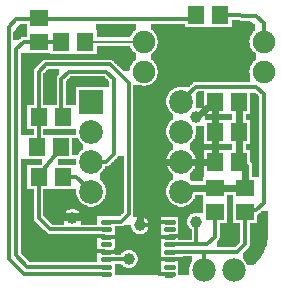
<source format=gtl>
G04 MADE WITH FRITZING*
G04 WWW.FRITZING.ORG*
G04 DOUBLE SIDED*
G04 HOLES PLATED*
G04 CONTOUR ON CENTER OF CONTOUR VECTOR*
%ASAXBY*%
%FSLAX23Y23*%
%MOIN*%
%OFA0B0*%
%SFA1.0B1.0*%
%ADD10C,0.075000*%
%ADD11C,0.039370*%
%ADD12C,0.079370*%
%ADD13C,0.078000*%
%ADD14R,0.079370X0.079370*%
%ADD15R,0.055118X0.059055*%
%ADD16R,0.059055X0.055118*%
%ADD17C,0.016000*%
%ADD18C,0.024000*%
%ADD19C,0.012000*%
%ADD20C,0.008000*%
%LNCOPPER1*%
G90*
G70*
G54D10*
X702Y893D03*
G54D11*
X580Y301D03*
X767Y664D03*
G54D10*
X592Y814D03*
X992Y814D03*
G54D12*
X417Y714D03*
X717Y714D03*
X417Y614D03*
X717Y614D03*
X417Y514D03*
X717Y514D03*
X417Y414D03*
X717Y414D03*
G54D10*
X992Y914D03*
X592Y914D03*
G54D11*
X767Y314D03*
G54D13*
X892Y151D03*
X792Y151D03*
G54D11*
X542Y189D03*
X355Y326D03*
G54D14*
X417Y714D03*
G54D15*
X830Y714D03*
X910Y714D03*
X830Y614D03*
X910Y614D03*
X830Y514D03*
X910Y514D03*
G54D16*
X830Y426D03*
X830Y345D03*
X930Y426D03*
X930Y345D03*
G54D15*
X317Y914D03*
X398Y914D03*
X767Y1001D03*
X848Y1001D03*
G54D16*
X242Y914D03*
X242Y994D03*
G54D15*
X242Y664D03*
X323Y664D03*
X317Y564D03*
X236Y564D03*
X242Y464D03*
X323Y464D03*
G54D17*
X690Y138D02*
X668Y138D01*
D02*
X690Y163D02*
X668Y163D01*
D02*
X690Y188D02*
X668Y188D01*
D02*
X690Y213D02*
X668Y213D01*
D02*
X690Y238D02*
X668Y238D01*
D02*
X690Y263D02*
X668Y263D01*
D02*
X690Y288D02*
X668Y288D01*
D02*
X690Y313D02*
X668Y313D01*
D02*
X478Y314D02*
X456Y314D01*
D02*
X478Y289D02*
X456Y289D01*
D02*
X478Y264D02*
X456Y264D01*
D02*
X478Y239D02*
X456Y239D01*
D02*
X478Y214D02*
X456Y214D01*
D02*
X478Y189D02*
X456Y189D01*
D02*
X478Y164D02*
X456Y164D01*
D02*
X478Y139D02*
X456Y139D01*
G54D18*
D02*
X808Y696D02*
X782Y675D01*
G54D19*
D02*
X618Y302D02*
X593Y301D01*
D02*
X992Y977D02*
X992Y937D01*
D02*
X870Y1001D02*
X967Y1000D01*
G54D18*
D02*
X930Y448D02*
X930Y500D01*
D02*
X930Y500D02*
X910Y514D01*
D02*
X808Y514D02*
X748Y514D01*
D02*
X910Y590D02*
X910Y538D01*
D02*
X910Y638D02*
X910Y690D01*
D02*
X830Y638D02*
X830Y690D01*
D02*
X830Y538D02*
X830Y590D01*
G54D19*
D02*
X792Y213D02*
X905Y213D01*
D02*
X768Y239D02*
X693Y238D01*
D02*
X805Y239D02*
X768Y239D01*
D02*
X905Y213D02*
X930Y239D01*
D02*
X830Y323D02*
X830Y264D01*
D02*
X830Y264D02*
X805Y239D01*
D02*
X693Y213D02*
X792Y213D01*
D02*
X930Y239D02*
X930Y323D01*
G54D18*
D02*
X754Y426D02*
X746Y423D01*
D02*
X806Y426D02*
X754Y426D01*
D02*
X906Y426D02*
X854Y426D01*
G54D19*
D02*
X992Y377D02*
X967Y351D01*
D02*
X992Y739D02*
X992Y377D01*
D02*
X767Y764D02*
X967Y764D01*
D02*
X967Y351D02*
X954Y349D01*
D02*
X735Y731D02*
X767Y764D01*
D02*
X967Y764D02*
X992Y739D01*
D02*
X618Y189D02*
X666Y188D01*
D02*
X618Y163D02*
X618Y189D01*
D02*
X642Y139D02*
X618Y163D01*
D02*
X666Y313D02*
X618Y314D01*
D02*
X492Y213D02*
X517Y239D01*
D02*
X517Y239D02*
X518Y263D01*
D02*
X481Y213D02*
X492Y213D01*
D02*
X518Y263D02*
X618Y263D01*
D02*
X481Y263D02*
X518Y263D01*
D02*
X666Y263D02*
X617Y264D01*
D02*
X618Y302D02*
X617Y264D01*
D02*
X617Y264D02*
X618Y189D01*
D02*
X666Y138D02*
X642Y139D01*
D02*
X242Y640D02*
X242Y589D01*
D02*
X242Y589D02*
X242Y588D01*
D02*
X529Y189D02*
X481Y189D01*
D02*
X792Y213D02*
X792Y176D01*
D02*
X767Y300D02*
X768Y239D01*
D02*
X192Y913D02*
X218Y913D01*
D02*
X518Y313D02*
X542Y339D01*
D02*
X280Y288D02*
X242Y325D01*
D02*
X468Y813D02*
X342Y813D01*
D02*
X479Y838D02*
X267Y839D01*
D02*
X267Y839D02*
X242Y814D01*
D02*
X205Y163D02*
X167Y202D01*
D02*
X318Y689D02*
X318Y688D01*
D02*
X318Y789D02*
X318Y689D01*
D02*
X368Y463D02*
X345Y463D01*
D02*
X260Y488D02*
X299Y540D01*
D02*
X492Y539D02*
X492Y789D01*
D02*
X242Y814D02*
X242Y688D01*
D02*
X542Y776D02*
X479Y838D01*
D02*
X542Y339D02*
X542Y776D01*
D02*
X481Y313D02*
X518Y313D01*
D02*
X168Y889D02*
X192Y913D01*
D02*
X454Y164D02*
X205Y163D01*
D02*
X167Y202D02*
X168Y889D01*
D02*
X454Y289D02*
X280Y288D01*
D02*
X242Y325D02*
X242Y440D01*
D02*
X967Y1000D02*
X992Y977D01*
D02*
X342Y813D02*
X318Y789D01*
D02*
X468Y513D02*
X492Y539D01*
D02*
X442Y513D02*
X468Y513D01*
D02*
X492Y789D02*
X468Y813D01*
D02*
X266Y914D02*
X295Y914D01*
D02*
X218Y989D02*
X218Y989D01*
D02*
X168Y989D02*
X218Y989D01*
D02*
X192Y138D02*
X142Y188D01*
D02*
X142Y188D02*
X142Y963D01*
D02*
X454Y139D02*
X192Y138D01*
D02*
X142Y963D02*
X168Y989D01*
G54D20*
D02*
X420Y914D02*
X569Y914D01*
G54D19*
D02*
X399Y431D02*
X368Y463D01*
D02*
X743Y989D02*
X267Y988D01*
D02*
X745Y990D02*
X743Y989D01*
D02*
X267Y988D02*
X266Y988D01*
D02*
X618Y314D02*
X618Y302D01*
G54D18*
D02*
X579Y514D02*
X580Y320D01*
D02*
X686Y514D02*
X579Y514D01*
G36*
X180Y972D02*
X180Y970D01*
X178Y970D01*
X178Y968D01*
X176Y968D01*
X176Y966D01*
X174Y966D01*
X174Y964D01*
X172Y964D01*
X172Y962D01*
X170Y962D01*
X170Y960D01*
X168Y960D01*
X168Y958D01*
X166Y958D01*
X166Y954D01*
X164Y954D01*
X164Y952D01*
X162Y952D01*
X162Y950D01*
X160Y950D01*
X160Y946D01*
X158Y946D01*
X158Y920D01*
X178Y920D01*
X178Y922D01*
X180Y922D01*
X180Y924D01*
X182Y924D01*
X182Y926D01*
X184Y926D01*
X184Y928D01*
X190Y928D01*
X190Y930D01*
X202Y930D01*
X202Y972D01*
X180Y972D01*
G37*
D02*
G36*
X434Y972D02*
X434Y952D01*
X436Y952D01*
X436Y928D01*
X548Y928D01*
X548Y934D01*
X550Y934D01*
X550Y936D01*
X552Y936D01*
X552Y940D01*
X554Y940D01*
X554Y942D01*
X556Y942D01*
X556Y946D01*
X558Y946D01*
X558Y948D01*
X560Y948D01*
X560Y950D01*
X562Y950D01*
X562Y952D01*
X566Y952D01*
X566Y954D01*
X568Y954D01*
X568Y972D01*
X434Y972D01*
G37*
D02*
G36*
X436Y900D02*
X436Y874D01*
X566Y874D01*
X566Y876D01*
X562Y876D01*
X562Y878D01*
X560Y878D01*
X560Y880D01*
X558Y880D01*
X558Y882D01*
X556Y882D01*
X556Y884D01*
X554Y884D01*
X554Y888D01*
X552Y888D01*
X552Y890D01*
X550Y890D01*
X550Y894D01*
X548Y894D01*
X548Y900D01*
X436Y900D01*
G37*
D02*
G36*
X184Y876D02*
X184Y874D01*
X280Y874D01*
X280Y876D01*
X184Y876D01*
G37*
D02*
G36*
X184Y874D02*
X184Y872D01*
X568Y872D01*
X568Y874D01*
X184Y874D01*
G37*
D02*
G36*
X184Y874D02*
X184Y872D01*
X568Y872D01*
X568Y874D01*
X184Y874D01*
G37*
D02*
G36*
X184Y872D02*
X184Y854D01*
X484Y854D01*
X484Y852D01*
X488Y852D01*
X488Y850D01*
X490Y850D01*
X490Y848D01*
X492Y848D01*
X492Y846D01*
X494Y846D01*
X494Y844D01*
X496Y844D01*
X496Y842D01*
X498Y842D01*
X498Y840D01*
X500Y840D01*
X500Y838D01*
X502Y838D01*
X502Y836D01*
X504Y836D01*
X504Y834D01*
X506Y834D01*
X506Y832D01*
X510Y832D01*
X510Y830D01*
X512Y830D01*
X512Y828D01*
X514Y828D01*
X514Y826D01*
X516Y826D01*
X516Y824D01*
X518Y824D01*
X518Y822D01*
X520Y822D01*
X520Y820D01*
X522Y820D01*
X522Y818D01*
X524Y818D01*
X524Y816D01*
X544Y816D01*
X544Y818D01*
X546Y818D01*
X546Y828D01*
X548Y828D01*
X548Y834D01*
X550Y834D01*
X550Y836D01*
X552Y836D01*
X552Y840D01*
X554Y840D01*
X554Y842D01*
X556Y842D01*
X556Y846D01*
X558Y846D01*
X558Y848D01*
X560Y848D01*
X560Y850D01*
X562Y850D01*
X562Y852D01*
X566Y852D01*
X566Y854D01*
X568Y854D01*
X568Y872D01*
X184Y872D01*
G37*
D02*
G36*
X184Y854D02*
X184Y604D01*
X226Y604D01*
X226Y624D01*
X204Y624D01*
X204Y702D01*
X206Y702D01*
X206Y704D01*
X226Y704D01*
X226Y820D01*
X228Y820D01*
X228Y824D01*
X230Y824D01*
X230Y826D01*
X232Y826D01*
X232Y828D01*
X234Y828D01*
X234Y830D01*
X236Y830D01*
X236Y832D01*
X238Y832D01*
X238Y834D01*
X240Y834D01*
X240Y836D01*
X242Y836D01*
X242Y838D01*
X244Y838D01*
X244Y840D01*
X246Y840D01*
X246Y842D01*
X248Y842D01*
X248Y844D01*
X250Y844D01*
X250Y846D01*
X252Y846D01*
X252Y848D01*
X254Y848D01*
X254Y850D01*
X256Y850D01*
X256Y852D01*
X260Y852D01*
X260Y854D01*
X184Y854D01*
G37*
D02*
G36*
X272Y822D02*
X272Y820D01*
X270Y820D01*
X270Y818D01*
X268Y818D01*
X268Y816D01*
X266Y816D01*
X266Y814D01*
X264Y814D01*
X264Y812D01*
X262Y812D01*
X262Y810D01*
X260Y810D01*
X260Y808D01*
X258Y808D01*
X258Y704D01*
X302Y704D01*
X302Y796D01*
X304Y796D01*
X304Y798D01*
X306Y798D01*
X306Y800D01*
X308Y800D01*
X308Y802D01*
X310Y802D01*
X310Y822D01*
X272Y822D01*
G37*
D02*
G36*
X348Y798D02*
X348Y796D01*
X346Y796D01*
X346Y794D01*
X344Y794D01*
X344Y792D01*
X342Y792D01*
X342Y790D01*
X340Y790D01*
X340Y788D01*
X338Y788D01*
X338Y786D01*
X336Y786D01*
X336Y784D01*
X334Y784D01*
X334Y704D01*
X368Y704D01*
X368Y764D01*
X476Y764D01*
X476Y784D01*
X474Y784D01*
X474Y786D01*
X472Y786D01*
X472Y788D01*
X470Y788D01*
X470Y790D01*
X468Y790D01*
X468Y792D01*
X466Y792D01*
X466Y794D01*
X464Y794D01*
X464Y796D01*
X462Y796D01*
X462Y798D01*
X348Y798D01*
G37*
D02*
G36*
X772Y748D02*
X772Y746D01*
X770Y746D01*
X770Y744D01*
X768Y744D01*
X768Y742D01*
X766Y742D01*
X766Y694D01*
X772Y694D01*
X772Y692D01*
X792Y692D01*
X792Y748D01*
X772Y748D01*
G37*
D02*
G36*
X948Y742D02*
X948Y674D01*
X932Y674D01*
X932Y654D01*
X948Y654D01*
X948Y574D01*
X932Y574D01*
X932Y554D01*
X948Y554D01*
X948Y512D01*
X950Y512D01*
X950Y508D01*
X952Y508D01*
X952Y464D01*
X976Y464D01*
X976Y734D01*
X974Y734D01*
X974Y736D01*
X972Y736D01*
X972Y738D01*
X970Y738D01*
X970Y740D01*
X968Y740D01*
X968Y742D01*
X948Y742D01*
G37*
D02*
G36*
X796Y674D02*
X796Y654D01*
X888Y654D01*
X888Y674D01*
X796Y674D01*
G37*
D02*
G36*
X766Y634D02*
X766Y602D01*
X764Y602D01*
X764Y594D01*
X762Y594D01*
X762Y590D01*
X760Y590D01*
X760Y588D01*
X758Y588D01*
X758Y584D01*
X756Y584D01*
X756Y582D01*
X754Y582D01*
X754Y580D01*
X752Y580D01*
X752Y578D01*
X750Y578D01*
X750Y576D01*
X748Y576D01*
X748Y574D01*
X746Y574D01*
X746Y554D01*
X748Y554D01*
X748Y552D01*
X750Y552D01*
X750Y550D01*
X752Y550D01*
X752Y548D01*
X754Y548D01*
X754Y546D01*
X756Y546D01*
X756Y544D01*
X758Y544D01*
X758Y540D01*
X760Y540D01*
X760Y536D01*
X762Y536D01*
X762Y532D01*
X764Y532D01*
X764Y526D01*
X766Y526D01*
X766Y502D01*
X764Y502D01*
X764Y494D01*
X762Y494D01*
X762Y490D01*
X760Y490D01*
X760Y488D01*
X758Y488D01*
X758Y484D01*
X756Y484D01*
X756Y482D01*
X754Y482D01*
X754Y480D01*
X752Y480D01*
X752Y478D01*
X750Y478D01*
X750Y476D01*
X748Y476D01*
X748Y474D01*
X746Y474D01*
X746Y454D01*
X748Y454D01*
X748Y452D01*
X750Y452D01*
X750Y450D01*
X752Y450D01*
X752Y448D01*
X790Y448D01*
X790Y464D01*
X792Y464D01*
X792Y554D01*
X888Y554D01*
X888Y574D01*
X792Y574D01*
X792Y634D01*
X766Y634D01*
G37*
D02*
G36*
X258Y624D02*
X258Y604D01*
X368Y604D01*
X368Y624D01*
X258Y624D01*
G37*
D02*
G36*
X354Y592D02*
X354Y536D01*
X374Y536D01*
X374Y540D01*
X376Y540D01*
X376Y542D01*
X378Y542D01*
X378Y546D01*
X380Y546D01*
X380Y548D01*
X382Y548D01*
X382Y550D01*
X384Y550D01*
X384Y552D01*
X386Y552D01*
X386Y554D01*
X390Y554D01*
X390Y574D01*
X386Y574D01*
X386Y576D01*
X384Y576D01*
X384Y578D01*
X382Y578D01*
X382Y580D01*
X380Y580D01*
X380Y582D01*
X378Y582D01*
X378Y584D01*
X376Y584D01*
X376Y588D01*
X374Y588D01*
X374Y592D01*
X354Y592D01*
G37*
D02*
G36*
X184Y524D02*
X184Y424D01*
X182Y424D01*
X182Y208D01*
X184Y208D01*
X184Y206D01*
X186Y206D01*
X186Y204D01*
X188Y204D01*
X188Y202D01*
X190Y202D01*
X190Y200D01*
X192Y200D01*
X192Y198D01*
X194Y198D01*
X194Y196D01*
X196Y196D01*
X196Y194D01*
X198Y194D01*
X198Y192D01*
X200Y192D01*
X200Y190D01*
X202Y190D01*
X202Y188D01*
X204Y188D01*
X204Y186D01*
X206Y186D01*
X206Y184D01*
X208Y184D01*
X208Y182D01*
X210Y182D01*
X210Y180D01*
X438Y180D01*
X438Y272D01*
X278Y272D01*
X278Y274D01*
X272Y274D01*
X272Y276D01*
X270Y276D01*
X270Y278D01*
X268Y278D01*
X268Y280D01*
X266Y280D01*
X266Y282D01*
X264Y282D01*
X264Y284D01*
X262Y284D01*
X262Y286D01*
X258Y286D01*
X258Y288D01*
X256Y288D01*
X256Y290D01*
X254Y290D01*
X254Y292D01*
X252Y292D01*
X252Y294D01*
X250Y294D01*
X250Y296D01*
X248Y296D01*
X248Y298D01*
X246Y298D01*
X246Y300D01*
X244Y300D01*
X244Y302D01*
X242Y302D01*
X242Y304D01*
X240Y304D01*
X240Y306D01*
X238Y306D01*
X238Y308D01*
X236Y308D01*
X236Y310D01*
X234Y310D01*
X234Y312D01*
X232Y312D01*
X232Y314D01*
X230Y314D01*
X230Y316D01*
X228Y316D01*
X228Y320D01*
X226Y320D01*
X226Y424D01*
X204Y424D01*
X204Y502D01*
X206Y502D01*
X206Y504D01*
X254Y504D01*
X254Y524D01*
X184Y524D01*
G37*
D02*
G36*
X306Y524D02*
X306Y504D01*
X368Y504D01*
X368Y524D01*
X306Y524D01*
G37*
D02*
G36*
X506Y532D02*
X506Y530D01*
X504Y530D01*
X504Y528D01*
X502Y528D01*
X502Y524D01*
X500Y524D01*
X500Y522D01*
X498Y522D01*
X498Y520D01*
X496Y520D01*
X496Y518D01*
X494Y518D01*
X494Y516D01*
X492Y516D01*
X492Y514D01*
X490Y514D01*
X490Y512D01*
X488Y512D01*
X488Y510D01*
X486Y510D01*
X486Y508D01*
X484Y508D01*
X484Y506D01*
X482Y506D01*
X482Y504D01*
X480Y504D01*
X480Y502D01*
X478Y502D01*
X478Y500D01*
X474Y500D01*
X474Y498D01*
X464Y498D01*
X464Y494D01*
X462Y494D01*
X462Y490D01*
X460Y490D01*
X460Y488D01*
X458Y488D01*
X458Y484D01*
X456Y484D01*
X456Y482D01*
X454Y482D01*
X454Y480D01*
X452Y480D01*
X452Y478D01*
X450Y478D01*
X450Y476D01*
X448Y476D01*
X448Y474D01*
X446Y474D01*
X446Y454D01*
X448Y454D01*
X448Y452D01*
X450Y452D01*
X450Y450D01*
X452Y450D01*
X452Y448D01*
X454Y448D01*
X454Y446D01*
X456Y446D01*
X456Y444D01*
X458Y444D01*
X458Y440D01*
X460Y440D01*
X460Y436D01*
X462Y436D01*
X462Y432D01*
X464Y432D01*
X464Y426D01*
X466Y426D01*
X466Y402D01*
X464Y402D01*
X464Y394D01*
X462Y394D01*
X462Y390D01*
X460Y390D01*
X460Y388D01*
X458Y388D01*
X458Y384D01*
X456Y384D01*
X456Y382D01*
X454Y382D01*
X454Y380D01*
X452Y380D01*
X452Y378D01*
X450Y378D01*
X450Y376D01*
X448Y376D01*
X448Y374D01*
X446Y374D01*
X446Y372D01*
X442Y372D01*
X442Y370D01*
X438Y370D01*
X438Y368D01*
X432Y368D01*
X432Y366D01*
X426Y366D01*
X426Y364D01*
X526Y364D01*
X526Y532D01*
X506Y532D01*
G37*
D02*
G36*
X258Y424D02*
X258Y364D01*
X408Y364D01*
X408Y366D01*
X402Y366D01*
X402Y368D01*
X396Y368D01*
X396Y370D01*
X392Y370D01*
X392Y372D01*
X390Y372D01*
X390Y374D01*
X386Y374D01*
X386Y376D01*
X384Y376D01*
X384Y378D01*
X382Y378D01*
X382Y380D01*
X380Y380D01*
X380Y382D01*
X378Y382D01*
X378Y384D01*
X376Y384D01*
X376Y388D01*
X374Y388D01*
X374Y392D01*
X372Y392D01*
X372Y396D01*
X370Y396D01*
X370Y402D01*
X368Y402D01*
X368Y424D01*
X258Y424D01*
G37*
D02*
G36*
X258Y364D02*
X258Y362D01*
X526Y362D01*
X526Y364D01*
X258Y364D01*
G37*
D02*
G36*
X258Y364D02*
X258Y362D01*
X526Y362D01*
X526Y364D01*
X258Y364D01*
G37*
D02*
G36*
X258Y362D02*
X258Y356D01*
X362Y356D01*
X362Y354D01*
X368Y354D01*
X368Y352D01*
X370Y352D01*
X370Y350D01*
X374Y350D01*
X374Y348D01*
X376Y348D01*
X376Y346D01*
X378Y346D01*
X378Y344D01*
X380Y344D01*
X380Y340D01*
X382Y340D01*
X382Y334D01*
X384Y334D01*
X384Y304D01*
X438Y304D01*
X438Y332D01*
X514Y332D01*
X514Y334D01*
X516Y334D01*
X516Y336D01*
X518Y336D01*
X518Y338D01*
X520Y338D01*
X520Y340D01*
X522Y340D01*
X522Y342D01*
X524Y342D01*
X524Y344D01*
X526Y344D01*
X526Y362D01*
X258Y362D01*
G37*
D02*
G36*
X258Y356D02*
X258Y332D01*
X260Y332D01*
X260Y330D01*
X262Y330D01*
X262Y328D01*
X264Y328D01*
X264Y326D01*
X266Y326D01*
X266Y324D01*
X268Y324D01*
X268Y322D01*
X270Y322D01*
X270Y320D01*
X272Y320D01*
X272Y318D01*
X274Y318D01*
X274Y316D01*
X276Y316D01*
X276Y314D01*
X278Y314D01*
X278Y312D01*
X280Y312D01*
X280Y310D01*
X282Y310D01*
X282Y308D01*
X284Y308D01*
X284Y306D01*
X286Y306D01*
X286Y304D01*
X326Y304D01*
X326Y336D01*
X328Y336D01*
X328Y340D01*
X330Y340D01*
X330Y344D01*
X332Y344D01*
X332Y346D01*
X334Y346D01*
X334Y348D01*
X336Y348D01*
X336Y350D01*
X338Y350D01*
X338Y352D01*
X342Y352D01*
X342Y354D01*
X348Y354D01*
X348Y356D01*
X258Y356D01*
G37*
D02*
G36*
X870Y404D02*
X870Y308D01*
X846Y308D01*
X846Y258D01*
X844Y258D01*
X844Y254D01*
X842Y254D01*
X842Y252D01*
X840Y252D01*
X840Y250D01*
X838Y250D01*
X838Y230D01*
X900Y230D01*
X900Y232D01*
X902Y232D01*
X902Y234D01*
X904Y234D01*
X904Y236D01*
X906Y236D01*
X906Y238D01*
X908Y238D01*
X908Y240D01*
X910Y240D01*
X910Y242D01*
X912Y242D01*
X912Y244D01*
X914Y244D01*
X914Y308D01*
X890Y308D01*
X890Y404D01*
X870Y404D01*
G37*
D02*
G36*
X986Y350D02*
X986Y348D01*
X984Y348D01*
X984Y346D01*
X982Y346D01*
X982Y344D01*
X980Y344D01*
X980Y342D01*
X978Y342D01*
X978Y340D01*
X976Y340D01*
X976Y338D01*
X974Y338D01*
X974Y336D01*
X970Y336D01*
X970Y308D01*
X946Y308D01*
X946Y232D01*
X944Y232D01*
X944Y230D01*
X942Y230D01*
X942Y226D01*
X940Y226D01*
X940Y224D01*
X938Y224D01*
X938Y222D01*
X936Y222D01*
X936Y220D01*
X934Y220D01*
X934Y218D01*
X932Y218D01*
X932Y216D01*
X930Y216D01*
X930Y214D01*
X928Y214D01*
X928Y212D01*
X926Y212D01*
X926Y210D01*
X924Y210D01*
X924Y188D01*
X926Y188D01*
X926Y186D01*
X928Y186D01*
X928Y184D01*
X930Y184D01*
X930Y180D01*
X932Y180D01*
X932Y178D01*
X934Y178D01*
X934Y174D01*
X936Y174D01*
X936Y170D01*
X938Y170D01*
X938Y168D01*
X958Y168D01*
X958Y170D01*
X960Y170D01*
X960Y172D01*
X964Y172D01*
X964Y174D01*
X966Y174D01*
X966Y176D01*
X968Y176D01*
X968Y178D01*
X970Y178D01*
X970Y182D01*
X972Y182D01*
X972Y184D01*
X974Y184D01*
X974Y186D01*
X976Y186D01*
X976Y188D01*
X978Y188D01*
X978Y190D01*
X980Y190D01*
X980Y194D01*
X982Y194D01*
X982Y196D01*
X984Y196D01*
X984Y200D01*
X986Y200D01*
X986Y202D01*
X988Y202D01*
X988Y206D01*
X990Y206D01*
X990Y210D01*
X992Y210D01*
X992Y214D01*
X994Y214D01*
X994Y218D01*
X996Y218D01*
X996Y224D01*
X998Y224D01*
X998Y228D01*
X1000Y228D01*
X1000Y234D01*
X1002Y234D01*
X1002Y242D01*
X1004Y242D01*
X1004Y254D01*
X1006Y254D01*
X1006Y350D01*
X986Y350D01*
G37*
D02*
G36*
X724Y198D02*
X724Y196D01*
X708Y196D01*
X708Y136D01*
X744Y136D01*
X744Y164D01*
X746Y164D01*
X746Y170D01*
X748Y170D01*
X748Y174D01*
X750Y174D01*
X750Y178D01*
X752Y178D01*
X752Y198D01*
X724Y198D01*
G37*
D02*
G36*
X886Y986D02*
X886Y962D01*
X962Y962D01*
X962Y972D01*
X958Y972D01*
X958Y974D01*
X956Y974D01*
X956Y976D01*
X954Y976D01*
X954Y978D01*
X952Y978D01*
X952Y980D01*
X948Y980D01*
X948Y982D01*
X946Y982D01*
X946Y984D01*
X914Y984D01*
X914Y986D01*
X886Y986D01*
G37*
D02*
G36*
X616Y974D02*
X616Y962D01*
X730Y962D01*
X730Y974D01*
X616Y974D01*
G37*
D02*
G36*
X616Y962D02*
X616Y960D01*
X962Y960D01*
X962Y962D01*
X616Y962D01*
G37*
D02*
G36*
X616Y962D02*
X616Y960D01*
X962Y960D01*
X962Y962D01*
X616Y962D01*
G37*
D02*
G36*
X616Y960D02*
X616Y954D01*
X618Y954D01*
X618Y952D01*
X622Y952D01*
X622Y950D01*
X624Y950D01*
X624Y948D01*
X626Y948D01*
X626Y946D01*
X628Y946D01*
X628Y944D01*
X630Y944D01*
X630Y940D01*
X632Y940D01*
X632Y938D01*
X634Y938D01*
X634Y934D01*
X636Y934D01*
X636Y928D01*
X638Y928D01*
X638Y920D01*
X640Y920D01*
X640Y906D01*
X638Y906D01*
X638Y898D01*
X636Y898D01*
X636Y894D01*
X634Y894D01*
X634Y890D01*
X632Y890D01*
X632Y886D01*
X630Y886D01*
X630Y884D01*
X628Y884D01*
X628Y882D01*
X626Y882D01*
X626Y880D01*
X624Y880D01*
X624Y878D01*
X622Y878D01*
X622Y876D01*
X620Y876D01*
X620Y874D01*
X616Y874D01*
X616Y854D01*
X618Y854D01*
X618Y852D01*
X622Y852D01*
X622Y850D01*
X624Y850D01*
X624Y848D01*
X626Y848D01*
X626Y846D01*
X628Y846D01*
X628Y844D01*
X630Y844D01*
X630Y840D01*
X632Y840D01*
X632Y838D01*
X634Y838D01*
X634Y834D01*
X636Y834D01*
X636Y828D01*
X638Y828D01*
X638Y820D01*
X640Y820D01*
X640Y806D01*
X638Y806D01*
X638Y798D01*
X636Y798D01*
X636Y794D01*
X634Y794D01*
X634Y790D01*
X632Y790D01*
X632Y786D01*
X630Y786D01*
X630Y784D01*
X628Y784D01*
X628Y782D01*
X626Y782D01*
X626Y780D01*
X624Y780D01*
X624Y778D01*
X622Y778D01*
X622Y776D01*
X620Y776D01*
X620Y774D01*
X616Y774D01*
X616Y772D01*
X612Y772D01*
X612Y770D01*
X608Y770D01*
X608Y768D01*
X600Y768D01*
X600Y766D01*
X748Y766D01*
X748Y768D01*
X750Y768D01*
X750Y770D01*
X752Y770D01*
X752Y772D01*
X754Y772D01*
X754Y774D01*
X756Y774D01*
X756Y776D01*
X758Y776D01*
X758Y778D01*
X762Y778D01*
X762Y780D01*
X948Y780D01*
X948Y800D01*
X946Y800D01*
X946Y808D01*
X944Y808D01*
X944Y818D01*
X946Y818D01*
X946Y828D01*
X948Y828D01*
X948Y834D01*
X950Y834D01*
X950Y836D01*
X952Y836D01*
X952Y840D01*
X954Y840D01*
X954Y842D01*
X956Y842D01*
X956Y846D01*
X958Y846D01*
X958Y848D01*
X960Y848D01*
X960Y850D01*
X962Y850D01*
X962Y852D01*
X966Y852D01*
X966Y854D01*
X968Y854D01*
X968Y874D01*
X966Y874D01*
X966Y876D01*
X962Y876D01*
X962Y878D01*
X960Y878D01*
X960Y880D01*
X958Y880D01*
X958Y882D01*
X956Y882D01*
X956Y884D01*
X954Y884D01*
X954Y888D01*
X952Y888D01*
X952Y890D01*
X950Y890D01*
X950Y894D01*
X948Y894D01*
X948Y900D01*
X946Y900D01*
X946Y908D01*
X944Y908D01*
X944Y918D01*
X946Y918D01*
X946Y928D01*
X948Y928D01*
X948Y934D01*
X950Y934D01*
X950Y936D01*
X952Y936D01*
X952Y940D01*
X954Y940D01*
X954Y942D01*
X956Y942D01*
X956Y946D01*
X958Y946D01*
X958Y948D01*
X960Y948D01*
X960Y950D01*
X962Y950D01*
X962Y960D01*
X616Y960D01*
G37*
D02*
G36*
X558Y770D02*
X558Y766D01*
X586Y766D01*
X586Y768D01*
X578Y768D01*
X578Y770D01*
X558Y770D01*
G37*
D02*
G36*
X558Y766D02*
X558Y764D01*
X746Y764D01*
X746Y766D01*
X558Y766D01*
G37*
D02*
G36*
X558Y766D02*
X558Y764D01*
X746Y764D01*
X746Y766D01*
X558Y766D01*
G37*
D02*
G36*
X558Y764D02*
X558Y364D01*
X708Y364D01*
X708Y366D01*
X702Y366D01*
X702Y368D01*
X696Y368D01*
X696Y370D01*
X692Y370D01*
X692Y372D01*
X690Y372D01*
X690Y374D01*
X686Y374D01*
X686Y376D01*
X684Y376D01*
X684Y378D01*
X682Y378D01*
X682Y380D01*
X680Y380D01*
X680Y382D01*
X678Y382D01*
X678Y384D01*
X676Y384D01*
X676Y388D01*
X674Y388D01*
X674Y392D01*
X672Y392D01*
X672Y396D01*
X670Y396D01*
X670Y402D01*
X668Y402D01*
X668Y426D01*
X670Y426D01*
X670Y432D01*
X672Y432D01*
X672Y436D01*
X674Y436D01*
X674Y440D01*
X676Y440D01*
X676Y442D01*
X678Y442D01*
X678Y446D01*
X680Y446D01*
X680Y448D01*
X682Y448D01*
X682Y450D01*
X684Y450D01*
X684Y452D01*
X686Y452D01*
X686Y454D01*
X690Y454D01*
X690Y474D01*
X686Y474D01*
X686Y476D01*
X684Y476D01*
X684Y478D01*
X682Y478D01*
X682Y480D01*
X680Y480D01*
X680Y482D01*
X678Y482D01*
X678Y484D01*
X676Y484D01*
X676Y488D01*
X674Y488D01*
X674Y492D01*
X672Y492D01*
X672Y496D01*
X670Y496D01*
X670Y502D01*
X668Y502D01*
X668Y526D01*
X670Y526D01*
X670Y532D01*
X672Y532D01*
X672Y536D01*
X674Y536D01*
X674Y540D01*
X676Y540D01*
X676Y542D01*
X678Y542D01*
X678Y546D01*
X680Y546D01*
X680Y548D01*
X682Y548D01*
X682Y550D01*
X684Y550D01*
X684Y552D01*
X686Y552D01*
X686Y554D01*
X690Y554D01*
X690Y574D01*
X686Y574D01*
X686Y576D01*
X684Y576D01*
X684Y578D01*
X682Y578D01*
X682Y580D01*
X680Y580D01*
X680Y582D01*
X678Y582D01*
X678Y584D01*
X676Y584D01*
X676Y588D01*
X674Y588D01*
X674Y592D01*
X672Y592D01*
X672Y596D01*
X670Y596D01*
X670Y602D01*
X668Y602D01*
X668Y626D01*
X670Y626D01*
X670Y632D01*
X672Y632D01*
X672Y636D01*
X674Y636D01*
X674Y640D01*
X676Y640D01*
X676Y642D01*
X678Y642D01*
X678Y646D01*
X680Y646D01*
X680Y648D01*
X682Y648D01*
X682Y650D01*
X684Y650D01*
X684Y652D01*
X686Y652D01*
X686Y654D01*
X690Y654D01*
X690Y674D01*
X686Y674D01*
X686Y676D01*
X684Y676D01*
X684Y678D01*
X682Y678D01*
X682Y680D01*
X680Y680D01*
X680Y682D01*
X678Y682D01*
X678Y684D01*
X676Y684D01*
X676Y688D01*
X674Y688D01*
X674Y692D01*
X672Y692D01*
X672Y696D01*
X670Y696D01*
X670Y702D01*
X668Y702D01*
X668Y726D01*
X670Y726D01*
X670Y732D01*
X672Y732D01*
X672Y736D01*
X674Y736D01*
X674Y740D01*
X676Y740D01*
X676Y742D01*
X678Y742D01*
X678Y746D01*
X680Y746D01*
X680Y748D01*
X682Y748D01*
X682Y750D01*
X684Y750D01*
X684Y752D01*
X686Y752D01*
X686Y754D01*
X690Y754D01*
X690Y756D01*
X694Y756D01*
X694Y758D01*
X696Y758D01*
X696Y760D01*
X702Y760D01*
X702Y762D01*
X710Y762D01*
X710Y764D01*
X558Y764D01*
G37*
D02*
G36*
X724Y764D02*
X724Y762D01*
X744Y762D01*
X744Y764D01*
X724Y764D01*
G37*
D02*
G36*
X766Y404D02*
X766Y402D01*
X764Y402D01*
X764Y394D01*
X762Y394D01*
X762Y390D01*
X760Y390D01*
X760Y388D01*
X758Y388D01*
X758Y384D01*
X756Y384D01*
X756Y382D01*
X754Y382D01*
X754Y380D01*
X752Y380D01*
X752Y378D01*
X750Y378D01*
X750Y376D01*
X748Y376D01*
X748Y374D01*
X746Y374D01*
X746Y372D01*
X742Y372D01*
X742Y370D01*
X738Y370D01*
X738Y368D01*
X732Y368D01*
X732Y366D01*
X726Y366D01*
X726Y364D01*
X790Y364D01*
X790Y404D01*
X766Y404D01*
G37*
D02*
G36*
X558Y364D02*
X558Y362D01*
X790Y362D01*
X790Y364D01*
X558Y364D01*
G37*
D02*
G36*
X558Y364D02*
X558Y362D01*
X790Y362D01*
X790Y364D01*
X558Y364D01*
G37*
D02*
G36*
X558Y362D02*
X558Y330D01*
X708Y330D01*
X708Y254D01*
X752Y254D01*
X752Y290D01*
X748Y290D01*
X748Y292D01*
X746Y292D01*
X746Y294D01*
X744Y294D01*
X744Y296D01*
X742Y296D01*
X742Y300D01*
X740Y300D01*
X740Y304D01*
X738Y304D01*
X738Y322D01*
X740Y322D01*
X740Y328D01*
X742Y328D01*
X742Y330D01*
X744Y330D01*
X744Y334D01*
X746Y334D01*
X746Y336D01*
X748Y336D01*
X748Y338D01*
X752Y338D01*
X752Y340D01*
X756Y340D01*
X756Y342D01*
X762Y342D01*
X762Y344D01*
X790Y344D01*
X790Y362D01*
X558Y362D01*
G37*
D02*
G36*
X590Y330D02*
X590Y328D01*
X594Y328D01*
X594Y326D01*
X598Y326D01*
X598Y324D01*
X600Y324D01*
X600Y322D01*
X602Y322D01*
X602Y320D01*
X604Y320D01*
X604Y316D01*
X606Y316D01*
X606Y312D01*
X608Y312D01*
X608Y304D01*
X610Y304D01*
X610Y298D01*
X608Y298D01*
X608Y290D01*
X606Y290D01*
X606Y286D01*
X604Y286D01*
X604Y284D01*
X602Y284D01*
X602Y280D01*
X598Y280D01*
X598Y278D01*
X596Y278D01*
X596Y276D01*
X594Y276D01*
X594Y274D01*
X588Y274D01*
X588Y272D01*
X650Y272D01*
X650Y330D01*
X590Y330D01*
G37*
D02*
G36*
X530Y304D02*
X530Y302D01*
X528Y302D01*
X528Y300D01*
X524Y300D01*
X524Y298D01*
X496Y298D01*
X496Y272D01*
X572Y272D01*
X572Y274D01*
X566Y274D01*
X566Y276D01*
X562Y276D01*
X562Y278D01*
X560Y278D01*
X560Y280D01*
X558Y280D01*
X558Y282D01*
X556Y282D01*
X556Y286D01*
X554Y286D01*
X554Y288D01*
X552Y288D01*
X552Y294D01*
X550Y294D01*
X550Y304D01*
X530Y304D01*
G37*
D02*
G36*
X496Y272D02*
X496Y270D01*
X650Y270D01*
X650Y272D01*
X496Y272D01*
G37*
D02*
G36*
X496Y272D02*
X496Y270D01*
X650Y270D01*
X650Y272D01*
X496Y272D01*
G37*
D02*
G36*
X496Y270D02*
X496Y218D01*
X552Y218D01*
X552Y216D01*
X556Y216D01*
X556Y214D01*
X560Y214D01*
X560Y212D01*
X562Y212D01*
X562Y210D01*
X564Y210D01*
X564Y208D01*
X566Y208D01*
X566Y204D01*
X568Y204D01*
X568Y202D01*
X570Y202D01*
X570Y196D01*
X572Y196D01*
X572Y182D01*
X570Y182D01*
X570Y176D01*
X568Y176D01*
X568Y172D01*
X566Y172D01*
X566Y170D01*
X564Y170D01*
X564Y168D01*
X562Y168D01*
X562Y166D01*
X560Y166D01*
X560Y164D01*
X556Y164D01*
X556Y162D01*
X552Y162D01*
X552Y160D01*
X650Y160D01*
X650Y270D01*
X496Y270D01*
G37*
D02*
G36*
X496Y218D02*
X496Y204D01*
X518Y204D01*
X518Y208D01*
X520Y208D01*
X520Y210D01*
X522Y210D01*
X522Y212D01*
X526Y212D01*
X526Y214D01*
X528Y214D01*
X528Y216D01*
X534Y216D01*
X534Y218D01*
X496Y218D01*
G37*
D02*
G36*
X496Y172D02*
X496Y160D01*
X532Y160D01*
X532Y162D01*
X528Y162D01*
X528Y164D01*
X524Y164D01*
X524Y166D01*
X522Y166D01*
X522Y168D01*
X520Y168D01*
X520Y170D01*
X518Y170D01*
X518Y172D01*
X496Y172D01*
G37*
D02*
G36*
X496Y160D02*
X496Y158D01*
X650Y158D01*
X650Y160D01*
X496Y160D01*
G37*
D02*
G36*
X496Y160D02*
X496Y158D01*
X650Y158D01*
X650Y160D01*
X496Y160D01*
G37*
D02*
G36*
X496Y158D02*
X496Y136D01*
X650Y136D01*
X650Y158D01*
X496Y158D01*
G37*
D02*
G36*
X322Y341D02*
X346Y341D01*
X346Y316D01*
X322Y316D01*
X322Y341D01*
G37*
D02*
G36*
X360Y341D02*
X384Y341D01*
X384Y316D01*
X360Y316D01*
X360Y341D01*
G37*
D02*
G36*
X434Y273D02*
X464Y273D01*
X464Y260D01*
X434Y260D01*
X434Y273D01*
G37*
D02*
G36*
X678Y273D02*
X708Y273D01*
X708Y260D01*
X678Y260D01*
X678Y273D01*
G37*
D02*
G36*
X665Y140D02*
X690Y140D01*
X690Y126D01*
X665Y126D01*
X665Y140D01*
G37*
D02*
G36*
X434Y223D02*
X464Y223D01*
X464Y210D01*
X434Y210D01*
X434Y223D01*
G37*
D02*
G36*
X678Y197D02*
X708Y197D01*
X708Y184D01*
X678Y184D01*
X678Y197D01*
G37*
D02*
G04 End of Copper1*
M02*
</source>
